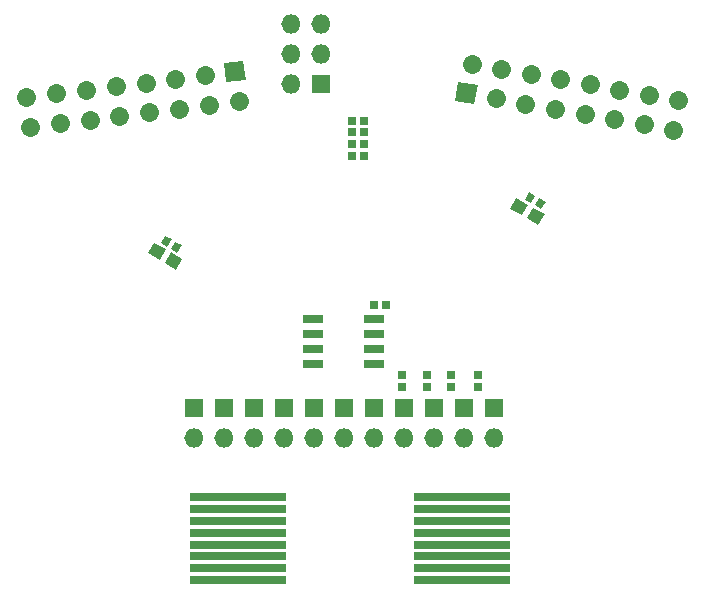
<source format=gbr>
G04 #@! TF.FileFunction,Soldermask,Top*
%FSLAX46Y46*%
G04 Gerber Fmt 4.6, Leading zero omitted, Abs format (unit mm)*
G04 Created by KiCad (PCBNEW 4.0.7) date Sun May  6 01:29:27 2018*
%MOMM*%
%LPD*%
G01*
G04 APERTURE LIST*
%ADD10C,0.100000*%
%ADD11R,0.640000X0.740000*%
%ADD12R,1.740000X0.740000*%
%ADD13R,8.140000X0.640000*%
%ADD14R,1.440000X0.640000*%
%ADD15R,0.740000X0.640000*%
%ADD16C,1.640000*%
%ADD17R,1.640000X1.640000*%
%ADD18O,1.640000X1.640000*%
G04 APERTURE END LIST*
D10*
D11*
X51800000Y25000000D03*
X52800000Y25000000D03*
D12*
X46675000Y23750000D03*
X46675000Y22475000D03*
X46675000Y21225000D03*
X46675000Y19950000D03*
X51775000Y19950000D03*
X51775000Y21225000D03*
X51775000Y22475000D03*
X51775000Y23750000D03*
D13*
X59298421Y8679907D03*
X59298421Y7679907D03*
X59298421Y6679907D03*
X59298421Y5679907D03*
X59298421Y4679907D03*
X59298421Y3679907D03*
X59298421Y2679907D03*
X59298421Y1679907D03*
X40298421Y8679907D03*
X40298421Y7679907D03*
X40298421Y6679907D03*
X40298421Y5679907D03*
X40298421Y4679907D03*
X40298421Y3679907D03*
X40298421Y2679907D03*
X40298421Y1679907D03*
D14*
X60365088Y8679907D03*
X62498421Y8679907D03*
X58231755Y8679907D03*
X62498421Y7679907D03*
X60365088Y7679907D03*
X58231755Y7679907D03*
X62498421Y6679907D03*
X60365088Y6679907D03*
X58231755Y6679907D03*
X58231755Y5679907D03*
X62498421Y5679907D03*
X60365088Y5679907D03*
X62498421Y4679907D03*
X58231755Y4679907D03*
X60365088Y4679907D03*
X62498421Y3679907D03*
X58231755Y3679907D03*
X60365088Y3679907D03*
X62498421Y2679907D03*
X58231755Y2679907D03*
X60365088Y2679907D03*
X62498421Y1679907D03*
X58231755Y1679907D03*
X60365088Y1679907D03*
X41365088Y8679907D03*
X37098422Y8679907D03*
X39231755Y8679907D03*
X41365088Y7679907D03*
X37098422Y7679907D03*
X39231755Y7679907D03*
X41365088Y6679907D03*
X37098422Y6679907D03*
X39231755Y6679907D03*
X41365088Y5679907D03*
X37098422Y5679907D03*
X39231755Y5679907D03*
X41365088Y4679907D03*
X37098422Y4679907D03*
X39231755Y4679907D03*
X41365088Y3679907D03*
X37098422Y3679907D03*
X39231755Y3679907D03*
X41365088Y2679907D03*
X37098422Y2679907D03*
X39231755Y2679907D03*
X41365088Y1679907D03*
X37098422Y1679907D03*
X39231755Y1679907D03*
X56098422Y8679907D03*
X56098422Y7679907D03*
X56098422Y6679907D03*
X56098422Y5679907D03*
X56098422Y4679907D03*
X56098422Y3679907D03*
X56098422Y2679907D03*
X56098422Y1679907D03*
X43498421Y8679907D03*
X43498421Y7679907D03*
X43498421Y6679907D03*
X43498421Y5679907D03*
X43498421Y4679907D03*
X43498421Y3679907D03*
X43498421Y2679907D03*
X43498421Y1679907D03*
D10*
G36*
X35575719Y28856520D02*
X35061219Y27965380D01*
X34082091Y28530680D01*
X34596591Y29421820D01*
X35575719Y28856520D01*
X35575719Y28856520D01*
G37*
G36*
X34167909Y29669320D02*
X33653409Y28778180D01*
X32674281Y29343480D01*
X33188781Y30234620D01*
X34167909Y29669320D01*
X34167909Y29669320D01*
G37*
G36*
X66250719Y32631520D02*
X65736219Y31740380D01*
X64757091Y32305680D01*
X65271591Y33196820D01*
X66250719Y32631520D01*
X66250719Y32631520D01*
G37*
G36*
X64842909Y33444320D02*
X64328409Y32553180D01*
X63349281Y33118480D01*
X63863781Y34009620D01*
X64842909Y33444320D01*
X64842909Y33444320D01*
G37*
G36*
X64554859Y33889571D02*
X64924859Y34530429D01*
X65479115Y34210429D01*
X65109115Y33569571D01*
X64554859Y33889571D01*
X64554859Y33889571D01*
G37*
G36*
X65420885Y33389571D02*
X65790885Y34030429D01*
X66345141Y33710429D01*
X65975141Y33069571D01*
X65420885Y33389571D01*
X65420885Y33389571D01*
G37*
D11*
X49925000Y40525000D03*
X50925000Y40525000D03*
X50925000Y39575000D03*
X49925000Y39575000D03*
D15*
X56275000Y19000000D03*
X56275000Y18000000D03*
D11*
X49925000Y38575000D03*
X50925000Y38575000D03*
X49930000Y37580000D03*
X50930000Y37580000D03*
D15*
X58350000Y18000000D03*
X58350000Y19000000D03*
D10*
G36*
X33746846Y30189571D02*
X34116846Y30830429D01*
X34671102Y30510429D01*
X34301102Y29869571D01*
X33746846Y30189571D01*
X33746846Y30189571D01*
G37*
G36*
X34612872Y29689571D02*
X34982872Y30330429D01*
X35537128Y30010429D01*
X35167128Y29369571D01*
X34612872Y29689571D01*
X34612872Y29689571D01*
G37*
D15*
X54175000Y19000000D03*
X54175000Y18000000D03*
X60620000Y18010000D03*
X60620000Y19010000D03*
D10*
G36*
X39120093Y45440672D02*
X40747869Y45640538D01*
X40947735Y44012762D01*
X39319959Y43812896D01*
X39120093Y45440672D01*
X39120093Y45440672D01*
G37*
D16*
X40343462Y42205650D02*
X40343462Y42205650D01*
X37512847Y44417169D02*
X37512847Y44417169D01*
X37822395Y41896102D02*
X37822395Y41896102D01*
X34991780Y44107621D02*
X34991780Y44107621D01*
X35301328Y41586554D02*
X35301328Y41586554D01*
X32470712Y43798073D02*
X32470712Y43798073D01*
X32780260Y41277005D02*
X32780260Y41277005D01*
X29949645Y43488524D02*
X29949645Y43488524D01*
X30259193Y40967457D02*
X30259193Y40967457D01*
X27428578Y43178976D02*
X27428578Y43178976D01*
X27738126Y40657909D02*
X27738126Y40657909D01*
X24907511Y42869428D02*
X24907511Y42869428D01*
X25217059Y40348361D02*
X25217059Y40348361D01*
X22386443Y42559880D02*
X22386443Y42559880D01*
X22695992Y40038813D02*
X22695992Y40038813D01*
D17*
X47290000Y43710000D03*
D18*
X44750000Y43710000D03*
X47290000Y46250000D03*
X44750000Y46250000D03*
X47290000Y48790000D03*
X44750000Y48790000D03*
D10*
G36*
X60294850Y41946853D02*
X58679765Y42231636D01*
X58964548Y43846721D01*
X60579633Y43561938D01*
X60294850Y41946853D01*
X60294850Y41946853D01*
G37*
D16*
X60070765Y45398199D02*
X60070765Y45398199D01*
X62131111Y42455721D02*
X62131111Y42455721D01*
X62572177Y44957132D02*
X62572177Y44957132D01*
X64632522Y42014654D02*
X64632522Y42014654D01*
X65073589Y44516066D02*
X65073589Y44516066D01*
X67133934Y41573588D02*
X67133934Y41573588D01*
X67575000Y44075000D02*
X67575000Y44075000D01*
X69635346Y41132522D02*
X69635346Y41132522D01*
X70076412Y43633933D02*
X70076412Y43633933D01*
X72136757Y40691455D02*
X72136757Y40691455D01*
X72577824Y43192867D02*
X72577824Y43192867D01*
X74638169Y40250389D02*
X74638169Y40250389D01*
X75079236Y42751800D02*
X75079236Y42751800D01*
X77139581Y39809322D02*
X77139581Y39809322D01*
X77580647Y42310734D02*
X77580647Y42310734D01*
D17*
X59460000Y16250000D03*
D18*
X59460000Y13710000D03*
D17*
X62000000Y16250000D03*
D18*
X62000000Y13710000D03*
D17*
X51840000Y16250000D03*
D18*
X51840000Y13710000D03*
D17*
X54380000Y16250000D03*
D18*
X54380000Y13710000D03*
D17*
X56920000Y16250000D03*
D18*
X56920000Y13710000D03*
D17*
X36600000Y16250000D03*
D18*
X36600000Y13710000D03*
D17*
X39140000Y16250000D03*
D18*
X39140000Y13710000D03*
D17*
X44220000Y16250000D03*
D18*
X44220000Y13710000D03*
D17*
X41680000Y16250000D03*
D18*
X41680000Y13710000D03*
D17*
X46760000Y16250000D03*
D18*
X46760000Y13710000D03*
D17*
X49300000Y16250000D03*
D18*
X49300000Y13710000D03*
M02*

</source>
